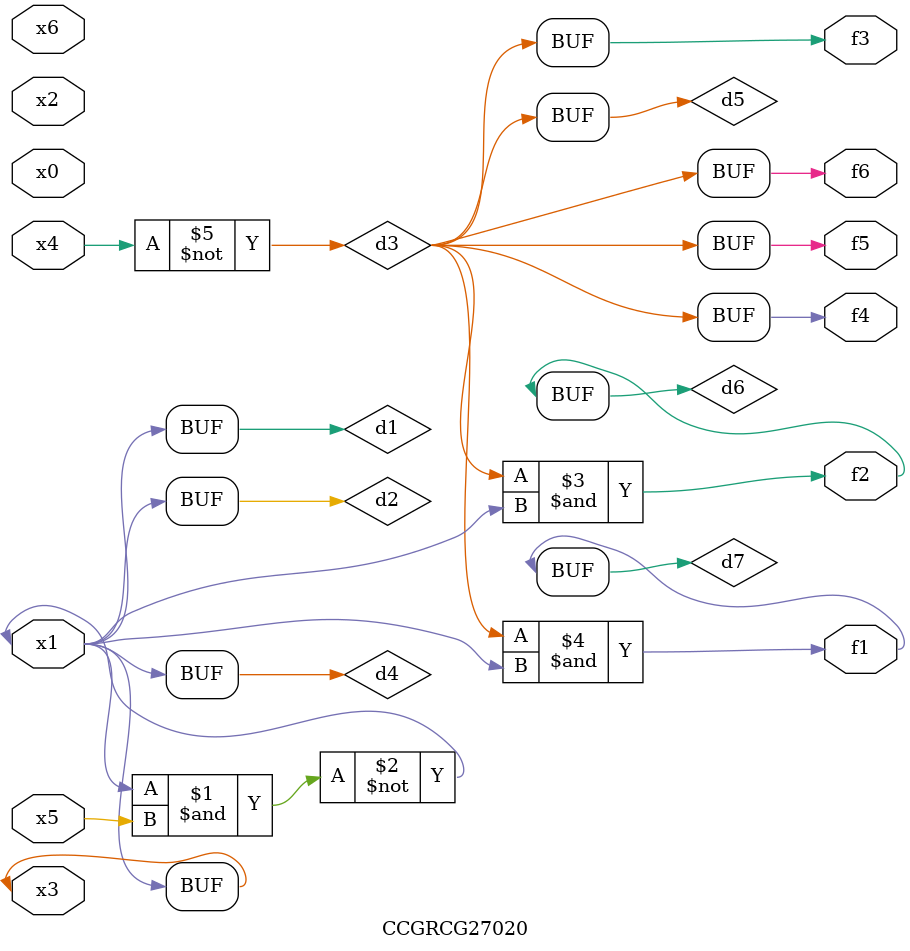
<source format=v>
module CCGRCG27020(
	input x0, x1, x2, x3, x4, x5, x6,
	output f1, f2, f3, f4, f5, f6
);

	wire d1, d2, d3, d4, d5, d6, d7;

	buf (d1, x1, x3);
	nand (d2, x1, x5);
	not (d3, x4);
	buf (d4, d1, d2);
	buf (d5, d3);
	and (d6, d3, d4);
	and (d7, d3, d4);
	assign f1 = d7;
	assign f2 = d6;
	assign f3 = d5;
	assign f4 = d5;
	assign f5 = d5;
	assign f6 = d5;
endmodule

</source>
